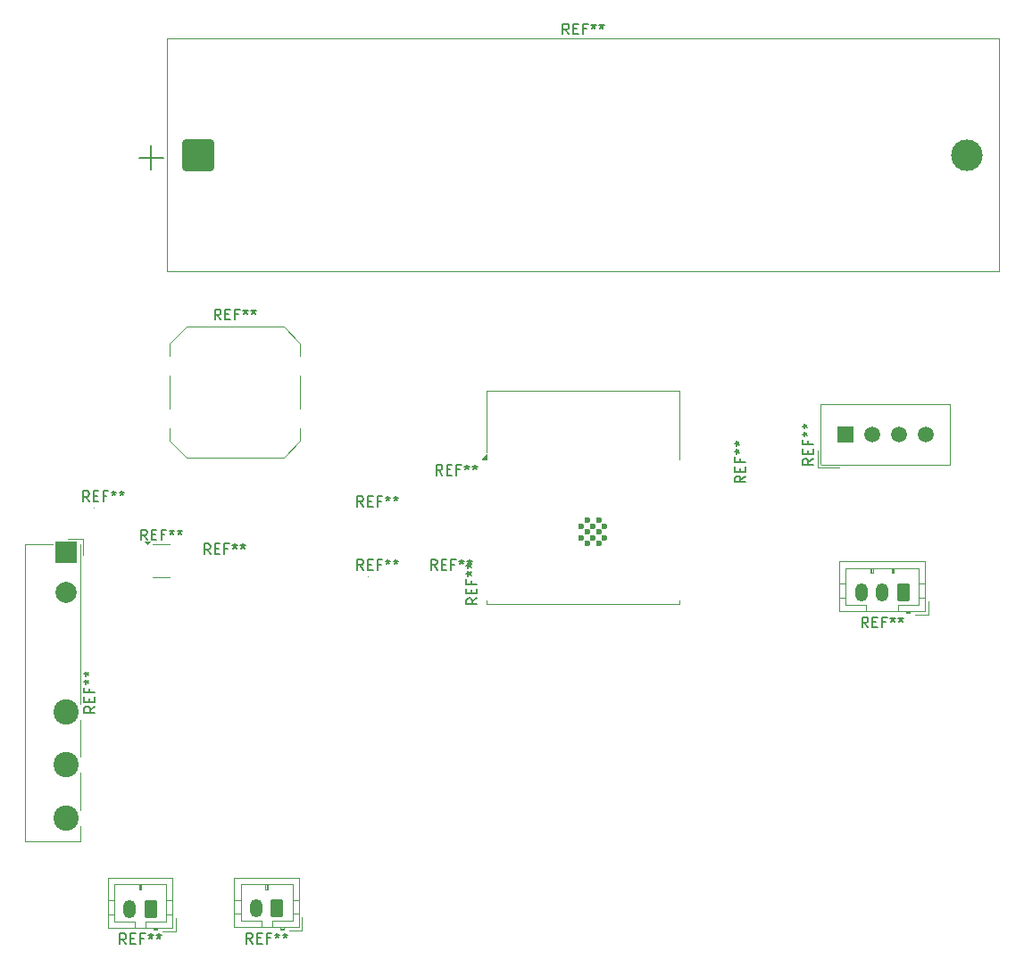
<source format=gbr>
%TF.GenerationSoftware,KiCad,Pcbnew,9.0.4*%
%TF.CreationDate,2025-10-18T23:37:39+08:00*%
%TF.ProjectId,schematics,73636865-6d61-4746-9963-732e6b696361,pre-release*%
%TF.SameCoordinates,Original*%
%TF.FileFunction,Legend,Top*%
%TF.FilePolarity,Positive*%
%FSLAX46Y46*%
G04 Gerber Fmt 4.6, Leading zero omitted, Abs format (unit mm)*
G04 Created by KiCad (PCBNEW 9.0.4) date 2025-10-18 23:37:39*
%MOMM*%
%LPD*%
G01*
G04 APERTURE LIST*
G04 Aperture macros list*
%AMRoundRect*
0 Rectangle with rounded corners*
0 $1 Rounding radius*
0 $2 $3 $4 $5 $6 $7 $8 $9 X,Y pos of 4 corners*
0 Add a 4 corners polygon primitive as box body*
4,1,4,$2,$3,$4,$5,$6,$7,$8,$9,$2,$3,0*
0 Add four circle primitives for the rounded corners*
1,1,$1+$1,$2,$3*
1,1,$1+$1,$4,$5*
1,1,$1+$1,$6,$7*
1,1,$1+$1,$8,$9*
0 Add four rect primitives between the rounded corners*
20,1,$1+$1,$2,$3,$4,$5,0*
20,1,$1+$1,$4,$5,$6,$7,0*
20,1,$1+$1,$6,$7,$8,$9,0*
20,1,$1+$1,$8,$9,$2,$3,0*%
G04 Aperture macros list end*
%ADD10C,0.150000*%
%ADD11C,0.120000*%
%ADD12C,0.100000*%
%TA.AperFunction,ComponentPad*%
%ADD13R,1.500000X1.500000*%
%TD*%
%TA.AperFunction,ComponentPad*%
%ADD14C,1.500000*%
%TD*%
%TA.AperFunction,ComponentPad*%
%ADD15O,1.200000X1.750000*%
%TD*%
%TA.AperFunction,ComponentPad*%
%ADD16RoundRect,0.250000X0.350000X0.625000X-0.350000X0.625000X-0.350000X-0.625000X0.350000X-0.625000X0*%
%TD*%
%TA.AperFunction,HeatsinkPad*%
%ADD17C,0.600000*%
%TD*%
%TA.AperFunction,ComponentPad*%
%ADD18C,2.400000*%
%TD*%
%TA.AperFunction,ComponentPad*%
%ADD19R,2.000000X2.000000*%
%TD*%
%TA.AperFunction,ComponentPad*%
%ADD20C,2.000000*%
%TD*%
%TA.AperFunction,ComponentPad*%
%ADD21RoundRect,0.249999X-1.250001X-1.250001X1.250001X-1.250001X1.250001X1.250001X-1.250001X1.250001X0*%
%TD*%
%TA.AperFunction,ComponentPad*%
%ADD22C,3.000000*%
%TD*%
G04 APERTURE END LIST*
D10*
X146404819Y-78988333D02*
X145928628Y-79321666D01*
X146404819Y-79559761D02*
X145404819Y-79559761D01*
X145404819Y-79559761D02*
X145404819Y-79178809D01*
X145404819Y-79178809D02*
X145452438Y-79083571D01*
X145452438Y-79083571D02*
X145500057Y-79035952D01*
X145500057Y-79035952D02*
X145595295Y-78988333D01*
X145595295Y-78988333D02*
X145738152Y-78988333D01*
X145738152Y-78988333D02*
X145833390Y-79035952D01*
X145833390Y-79035952D02*
X145881009Y-79083571D01*
X145881009Y-79083571D02*
X145928628Y-79178809D01*
X145928628Y-79178809D02*
X145928628Y-79559761D01*
X145881009Y-78559761D02*
X145881009Y-78226428D01*
X146404819Y-78083571D02*
X146404819Y-78559761D01*
X146404819Y-78559761D02*
X145404819Y-78559761D01*
X145404819Y-78559761D02*
X145404819Y-78083571D01*
X145881009Y-77321666D02*
X145881009Y-77654999D01*
X146404819Y-77654999D02*
X145404819Y-77654999D01*
X145404819Y-77654999D02*
X145404819Y-77178809D01*
X145404819Y-76654999D02*
X145642914Y-76654999D01*
X145547676Y-76893094D02*
X145642914Y-76654999D01*
X145642914Y-76654999D02*
X145547676Y-76416904D01*
X145833390Y-76797856D02*
X145642914Y-76654999D01*
X145642914Y-76654999D02*
X145833390Y-76512142D01*
X145404819Y-75893094D02*
X145642914Y-75893094D01*
X145547676Y-76131189D02*
X145642914Y-75893094D01*
X145642914Y-75893094D02*
X145547676Y-75654999D01*
X145833390Y-76035951D02*
X145642914Y-75893094D01*
X145642914Y-75893094D02*
X145833390Y-75750237D01*
X152834819Y-77333333D02*
X152358628Y-77666666D01*
X152834819Y-77904761D02*
X151834819Y-77904761D01*
X151834819Y-77904761D02*
X151834819Y-77523809D01*
X151834819Y-77523809D02*
X151882438Y-77428571D01*
X151882438Y-77428571D02*
X151930057Y-77380952D01*
X151930057Y-77380952D02*
X152025295Y-77333333D01*
X152025295Y-77333333D02*
X152168152Y-77333333D01*
X152168152Y-77333333D02*
X152263390Y-77380952D01*
X152263390Y-77380952D02*
X152311009Y-77428571D01*
X152311009Y-77428571D02*
X152358628Y-77523809D01*
X152358628Y-77523809D02*
X152358628Y-77904761D01*
X152311009Y-76904761D02*
X152311009Y-76571428D01*
X152834819Y-76428571D02*
X152834819Y-76904761D01*
X152834819Y-76904761D02*
X151834819Y-76904761D01*
X151834819Y-76904761D02*
X151834819Y-76428571D01*
X152311009Y-75666666D02*
X152311009Y-75999999D01*
X152834819Y-75999999D02*
X151834819Y-75999999D01*
X151834819Y-75999999D02*
X151834819Y-75523809D01*
X151834819Y-74999999D02*
X152072914Y-74999999D01*
X151977676Y-75238094D02*
X152072914Y-74999999D01*
X152072914Y-74999999D02*
X151977676Y-74761904D01*
X152263390Y-75142856D02*
X152072914Y-74999999D01*
X152072914Y-74999999D02*
X152263390Y-74857142D01*
X151834819Y-74238094D02*
X152072914Y-74238094D01*
X151977676Y-74476189D02*
X152072914Y-74238094D01*
X152072914Y-74238094D02*
X151977676Y-73999999D01*
X152263390Y-74380951D02*
X152072914Y-74238094D01*
X152072914Y-74238094D02*
X152263390Y-74095237D01*
X158046666Y-93354819D02*
X157713333Y-92878628D01*
X157475238Y-93354819D02*
X157475238Y-92354819D01*
X157475238Y-92354819D02*
X157856190Y-92354819D01*
X157856190Y-92354819D02*
X157951428Y-92402438D01*
X157951428Y-92402438D02*
X157999047Y-92450057D01*
X157999047Y-92450057D02*
X158046666Y-92545295D01*
X158046666Y-92545295D02*
X158046666Y-92688152D01*
X158046666Y-92688152D02*
X157999047Y-92783390D01*
X157999047Y-92783390D02*
X157951428Y-92831009D01*
X157951428Y-92831009D02*
X157856190Y-92878628D01*
X157856190Y-92878628D02*
X157475238Y-92878628D01*
X158475238Y-92831009D02*
X158808571Y-92831009D01*
X158951428Y-93354819D02*
X158475238Y-93354819D01*
X158475238Y-93354819D02*
X158475238Y-92354819D01*
X158475238Y-92354819D02*
X158951428Y-92354819D01*
X159713333Y-92831009D02*
X159380000Y-92831009D01*
X159380000Y-93354819D02*
X159380000Y-92354819D01*
X159380000Y-92354819D02*
X159856190Y-92354819D01*
X160380000Y-92354819D02*
X160380000Y-92592914D01*
X160141905Y-92497676D02*
X160380000Y-92592914D01*
X160380000Y-92592914D02*
X160618095Y-92497676D01*
X160237143Y-92783390D02*
X160380000Y-92592914D01*
X160380000Y-92592914D02*
X160522857Y-92783390D01*
X161141905Y-92354819D02*
X161141905Y-92592914D01*
X160903810Y-92497676D02*
X161141905Y-92592914D01*
X161141905Y-92592914D02*
X161380000Y-92497676D01*
X160999048Y-92783390D02*
X161141905Y-92592914D01*
X161141905Y-92592914D02*
X161284762Y-92783390D01*
X117666666Y-78904819D02*
X117333333Y-78428628D01*
X117095238Y-78904819D02*
X117095238Y-77904819D01*
X117095238Y-77904819D02*
X117476190Y-77904819D01*
X117476190Y-77904819D02*
X117571428Y-77952438D01*
X117571428Y-77952438D02*
X117619047Y-78000057D01*
X117619047Y-78000057D02*
X117666666Y-78095295D01*
X117666666Y-78095295D02*
X117666666Y-78238152D01*
X117666666Y-78238152D02*
X117619047Y-78333390D01*
X117619047Y-78333390D02*
X117571428Y-78381009D01*
X117571428Y-78381009D02*
X117476190Y-78428628D01*
X117476190Y-78428628D02*
X117095238Y-78428628D01*
X118095238Y-78381009D02*
X118428571Y-78381009D01*
X118571428Y-78904819D02*
X118095238Y-78904819D01*
X118095238Y-78904819D02*
X118095238Y-77904819D01*
X118095238Y-77904819D02*
X118571428Y-77904819D01*
X119333333Y-78381009D02*
X119000000Y-78381009D01*
X119000000Y-78904819D02*
X119000000Y-77904819D01*
X119000000Y-77904819D02*
X119476190Y-77904819D01*
X120000000Y-77904819D02*
X120000000Y-78142914D01*
X119761905Y-78047676D02*
X120000000Y-78142914D01*
X120000000Y-78142914D02*
X120238095Y-78047676D01*
X119857143Y-78333390D02*
X120000000Y-78142914D01*
X120000000Y-78142914D02*
X120142857Y-78333390D01*
X120761905Y-77904819D02*
X120761905Y-78142914D01*
X120523810Y-78047676D02*
X120761905Y-78142914D01*
X120761905Y-78142914D02*
X121000000Y-78047676D01*
X120619048Y-78333390D02*
X120761905Y-78142914D01*
X120761905Y-78142914D02*
X120904762Y-78333390D01*
X87666666Y-123404819D02*
X87333333Y-122928628D01*
X87095238Y-123404819D02*
X87095238Y-122404819D01*
X87095238Y-122404819D02*
X87476190Y-122404819D01*
X87476190Y-122404819D02*
X87571428Y-122452438D01*
X87571428Y-122452438D02*
X87619047Y-122500057D01*
X87619047Y-122500057D02*
X87666666Y-122595295D01*
X87666666Y-122595295D02*
X87666666Y-122738152D01*
X87666666Y-122738152D02*
X87619047Y-122833390D01*
X87619047Y-122833390D02*
X87571428Y-122881009D01*
X87571428Y-122881009D02*
X87476190Y-122928628D01*
X87476190Y-122928628D02*
X87095238Y-122928628D01*
X88095238Y-122881009D02*
X88428571Y-122881009D01*
X88571428Y-123404819D02*
X88095238Y-123404819D01*
X88095238Y-123404819D02*
X88095238Y-122404819D01*
X88095238Y-122404819D02*
X88571428Y-122404819D01*
X89333333Y-122881009D02*
X89000000Y-122881009D01*
X89000000Y-123404819D02*
X89000000Y-122404819D01*
X89000000Y-122404819D02*
X89476190Y-122404819D01*
X90000000Y-122404819D02*
X90000000Y-122642914D01*
X89761905Y-122547676D02*
X90000000Y-122642914D01*
X90000000Y-122642914D02*
X90238095Y-122547676D01*
X89857143Y-122833390D02*
X90000000Y-122642914D01*
X90000000Y-122642914D02*
X90142857Y-122833390D01*
X90761905Y-122404819D02*
X90761905Y-122642914D01*
X90523810Y-122547676D02*
X90761905Y-122642914D01*
X90761905Y-122642914D02*
X91000000Y-122547676D01*
X90619048Y-122833390D02*
X90761905Y-122642914D01*
X90761905Y-122642914D02*
X90904762Y-122833390D01*
X99666666Y-123354819D02*
X99333333Y-122878628D01*
X99095238Y-123354819D02*
X99095238Y-122354819D01*
X99095238Y-122354819D02*
X99476190Y-122354819D01*
X99476190Y-122354819D02*
X99571428Y-122402438D01*
X99571428Y-122402438D02*
X99619047Y-122450057D01*
X99619047Y-122450057D02*
X99666666Y-122545295D01*
X99666666Y-122545295D02*
X99666666Y-122688152D01*
X99666666Y-122688152D02*
X99619047Y-122783390D01*
X99619047Y-122783390D02*
X99571428Y-122831009D01*
X99571428Y-122831009D02*
X99476190Y-122878628D01*
X99476190Y-122878628D02*
X99095238Y-122878628D01*
X100095238Y-122831009D02*
X100428571Y-122831009D01*
X100571428Y-123354819D02*
X100095238Y-123354819D01*
X100095238Y-123354819D02*
X100095238Y-122354819D01*
X100095238Y-122354819D02*
X100571428Y-122354819D01*
X101333333Y-122831009D02*
X101000000Y-122831009D01*
X101000000Y-123354819D02*
X101000000Y-122354819D01*
X101000000Y-122354819D02*
X101476190Y-122354819D01*
X102000000Y-122354819D02*
X102000000Y-122592914D01*
X101761905Y-122497676D02*
X102000000Y-122592914D01*
X102000000Y-122592914D02*
X102238095Y-122497676D01*
X101857143Y-122783390D02*
X102000000Y-122592914D01*
X102000000Y-122592914D02*
X102142857Y-122783390D01*
X102761905Y-122354819D02*
X102761905Y-122592914D01*
X102523810Y-122497676D02*
X102761905Y-122592914D01*
X102761905Y-122592914D02*
X103000000Y-122497676D01*
X102619048Y-122783390D02*
X102761905Y-122592914D01*
X102761905Y-122592914D02*
X102904762Y-122783390D01*
X110166666Y-81904819D02*
X109833333Y-81428628D01*
X109595238Y-81904819D02*
X109595238Y-80904819D01*
X109595238Y-80904819D02*
X109976190Y-80904819D01*
X109976190Y-80904819D02*
X110071428Y-80952438D01*
X110071428Y-80952438D02*
X110119047Y-81000057D01*
X110119047Y-81000057D02*
X110166666Y-81095295D01*
X110166666Y-81095295D02*
X110166666Y-81238152D01*
X110166666Y-81238152D02*
X110119047Y-81333390D01*
X110119047Y-81333390D02*
X110071428Y-81381009D01*
X110071428Y-81381009D02*
X109976190Y-81428628D01*
X109976190Y-81428628D02*
X109595238Y-81428628D01*
X110595238Y-81381009D02*
X110928571Y-81381009D01*
X111071428Y-81904819D02*
X110595238Y-81904819D01*
X110595238Y-81904819D02*
X110595238Y-80904819D01*
X110595238Y-80904819D02*
X111071428Y-80904819D01*
X111833333Y-81381009D02*
X111500000Y-81381009D01*
X111500000Y-81904819D02*
X111500000Y-80904819D01*
X111500000Y-80904819D02*
X111976190Y-80904819D01*
X112500000Y-80904819D02*
X112500000Y-81142914D01*
X112261905Y-81047676D02*
X112500000Y-81142914D01*
X112500000Y-81142914D02*
X112738095Y-81047676D01*
X112357143Y-81333390D02*
X112500000Y-81142914D01*
X112500000Y-81142914D02*
X112642857Y-81333390D01*
X113261905Y-80904819D02*
X113261905Y-81142914D01*
X113023810Y-81047676D02*
X113261905Y-81142914D01*
X113261905Y-81142914D02*
X113500000Y-81047676D01*
X113119048Y-81333390D02*
X113261905Y-81142914D01*
X113261905Y-81142914D02*
X113404762Y-81333390D01*
X96666666Y-64154819D02*
X96333333Y-63678628D01*
X96095238Y-64154819D02*
X96095238Y-63154819D01*
X96095238Y-63154819D02*
X96476190Y-63154819D01*
X96476190Y-63154819D02*
X96571428Y-63202438D01*
X96571428Y-63202438D02*
X96619047Y-63250057D01*
X96619047Y-63250057D02*
X96666666Y-63345295D01*
X96666666Y-63345295D02*
X96666666Y-63488152D01*
X96666666Y-63488152D02*
X96619047Y-63583390D01*
X96619047Y-63583390D02*
X96571428Y-63631009D01*
X96571428Y-63631009D02*
X96476190Y-63678628D01*
X96476190Y-63678628D02*
X96095238Y-63678628D01*
X97095238Y-63631009D02*
X97428571Y-63631009D01*
X97571428Y-64154819D02*
X97095238Y-64154819D01*
X97095238Y-64154819D02*
X97095238Y-63154819D01*
X97095238Y-63154819D02*
X97571428Y-63154819D01*
X98333333Y-63631009D02*
X98000000Y-63631009D01*
X98000000Y-64154819D02*
X98000000Y-63154819D01*
X98000000Y-63154819D02*
X98476190Y-63154819D01*
X99000000Y-63154819D02*
X99000000Y-63392914D01*
X98761905Y-63297676D02*
X99000000Y-63392914D01*
X99000000Y-63392914D02*
X99238095Y-63297676D01*
X98857143Y-63583390D02*
X99000000Y-63392914D01*
X99000000Y-63392914D02*
X99142857Y-63583390D01*
X99761905Y-63154819D02*
X99761905Y-63392914D01*
X99523810Y-63297676D02*
X99761905Y-63392914D01*
X99761905Y-63392914D02*
X100000000Y-63297676D01*
X99619048Y-63583390D02*
X99761905Y-63392914D01*
X99761905Y-63392914D02*
X99904762Y-63583390D01*
X95666666Y-86404819D02*
X95333333Y-85928628D01*
X95095238Y-86404819D02*
X95095238Y-85404819D01*
X95095238Y-85404819D02*
X95476190Y-85404819D01*
X95476190Y-85404819D02*
X95571428Y-85452438D01*
X95571428Y-85452438D02*
X95619047Y-85500057D01*
X95619047Y-85500057D02*
X95666666Y-85595295D01*
X95666666Y-85595295D02*
X95666666Y-85738152D01*
X95666666Y-85738152D02*
X95619047Y-85833390D01*
X95619047Y-85833390D02*
X95571428Y-85881009D01*
X95571428Y-85881009D02*
X95476190Y-85928628D01*
X95476190Y-85928628D02*
X95095238Y-85928628D01*
X96095238Y-85881009D02*
X96428571Y-85881009D01*
X96571428Y-86404819D02*
X96095238Y-86404819D01*
X96095238Y-86404819D02*
X96095238Y-85404819D01*
X96095238Y-85404819D02*
X96571428Y-85404819D01*
X97333333Y-85881009D02*
X97000000Y-85881009D01*
X97000000Y-86404819D02*
X97000000Y-85404819D01*
X97000000Y-85404819D02*
X97476190Y-85404819D01*
X98000000Y-85404819D02*
X98000000Y-85642914D01*
X97761905Y-85547676D02*
X98000000Y-85642914D01*
X98000000Y-85642914D02*
X98238095Y-85547676D01*
X97857143Y-85833390D02*
X98000000Y-85642914D01*
X98000000Y-85642914D02*
X98142857Y-85833390D01*
X98761905Y-85404819D02*
X98761905Y-85642914D01*
X98523810Y-85547676D02*
X98761905Y-85642914D01*
X98761905Y-85642914D02*
X99000000Y-85547676D01*
X98619048Y-85833390D02*
X98761905Y-85642914D01*
X98761905Y-85642914D02*
X98904762Y-85833390D01*
X89666666Y-85054819D02*
X89333333Y-84578628D01*
X89095238Y-85054819D02*
X89095238Y-84054819D01*
X89095238Y-84054819D02*
X89476190Y-84054819D01*
X89476190Y-84054819D02*
X89571428Y-84102438D01*
X89571428Y-84102438D02*
X89619047Y-84150057D01*
X89619047Y-84150057D02*
X89666666Y-84245295D01*
X89666666Y-84245295D02*
X89666666Y-84388152D01*
X89666666Y-84388152D02*
X89619047Y-84483390D01*
X89619047Y-84483390D02*
X89571428Y-84531009D01*
X89571428Y-84531009D02*
X89476190Y-84578628D01*
X89476190Y-84578628D02*
X89095238Y-84578628D01*
X90095238Y-84531009D02*
X90428571Y-84531009D01*
X90571428Y-85054819D02*
X90095238Y-85054819D01*
X90095238Y-85054819D02*
X90095238Y-84054819D01*
X90095238Y-84054819D02*
X90571428Y-84054819D01*
X91333333Y-84531009D02*
X91000000Y-84531009D01*
X91000000Y-85054819D02*
X91000000Y-84054819D01*
X91000000Y-84054819D02*
X91476190Y-84054819D01*
X92000000Y-84054819D02*
X92000000Y-84292914D01*
X91761905Y-84197676D02*
X92000000Y-84292914D01*
X92000000Y-84292914D02*
X92238095Y-84197676D01*
X91857143Y-84483390D02*
X92000000Y-84292914D01*
X92000000Y-84292914D02*
X92142857Y-84483390D01*
X92761905Y-84054819D02*
X92761905Y-84292914D01*
X92523810Y-84197676D02*
X92761905Y-84292914D01*
X92761905Y-84292914D02*
X93000000Y-84197676D01*
X92619048Y-84483390D02*
X92761905Y-84292914D01*
X92761905Y-84292914D02*
X92904762Y-84483390D01*
X84166666Y-81404819D02*
X83833333Y-80928628D01*
X83595238Y-81404819D02*
X83595238Y-80404819D01*
X83595238Y-80404819D02*
X83976190Y-80404819D01*
X83976190Y-80404819D02*
X84071428Y-80452438D01*
X84071428Y-80452438D02*
X84119047Y-80500057D01*
X84119047Y-80500057D02*
X84166666Y-80595295D01*
X84166666Y-80595295D02*
X84166666Y-80738152D01*
X84166666Y-80738152D02*
X84119047Y-80833390D01*
X84119047Y-80833390D02*
X84071428Y-80881009D01*
X84071428Y-80881009D02*
X83976190Y-80928628D01*
X83976190Y-80928628D02*
X83595238Y-80928628D01*
X84595238Y-80881009D02*
X84928571Y-80881009D01*
X85071428Y-81404819D02*
X84595238Y-81404819D01*
X84595238Y-81404819D02*
X84595238Y-80404819D01*
X84595238Y-80404819D02*
X85071428Y-80404819D01*
X85833333Y-80881009D02*
X85500000Y-80881009D01*
X85500000Y-81404819D02*
X85500000Y-80404819D01*
X85500000Y-80404819D02*
X85976190Y-80404819D01*
X86500000Y-80404819D02*
X86500000Y-80642914D01*
X86261905Y-80547676D02*
X86500000Y-80642914D01*
X86500000Y-80642914D02*
X86738095Y-80547676D01*
X86357143Y-80833390D02*
X86500000Y-80642914D01*
X86500000Y-80642914D02*
X86642857Y-80833390D01*
X87261905Y-80404819D02*
X87261905Y-80642914D01*
X87023810Y-80547676D02*
X87261905Y-80642914D01*
X87261905Y-80642914D02*
X87500000Y-80547676D01*
X87119048Y-80833390D02*
X87261905Y-80642914D01*
X87261905Y-80642914D02*
X87404762Y-80833390D01*
X117166666Y-87904819D02*
X116833333Y-87428628D01*
X116595238Y-87904819D02*
X116595238Y-86904819D01*
X116595238Y-86904819D02*
X116976190Y-86904819D01*
X116976190Y-86904819D02*
X117071428Y-86952438D01*
X117071428Y-86952438D02*
X117119047Y-87000057D01*
X117119047Y-87000057D02*
X117166666Y-87095295D01*
X117166666Y-87095295D02*
X117166666Y-87238152D01*
X117166666Y-87238152D02*
X117119047Y-87333390D01*
X117119047Y-87333390D02*
X117071428Y-87381009D01*
X117071428Y-87381009D02*
X116976190Y-87428628D01*
X116976190Y-87428628D02*
X116595238Y-87428628D01*
X117595238Y-87381009D02*
X117928571Y-87381009D01*
X118071428Y-87904819D02*
X117595238Y-87904819D01*
X117595238Y-87904819D02*
X117595238Y-86904819D01*
X117595238Y-86904819D02*
X118071428Y-86904819D01*
X118833333Y-87381009D02*
X118500000Y-87381009D01*
X118500000Y-87904819D02*
X118500000Y-86904819D01*
X118500000Y-86904819D02*
X118976190Y-86904819D01*
X119500000Y-86904819D02*
X119500000Y-87142914D01*
X119261905Y-87047676D02*
X119500000Y-87142914D01*
X119500000Y-87142914D02*
X119738095Y-87047676D01*
X119357143Y-87333390D02*
X119500000Y-87142914D01*
X119500000Y-87142914D02*
X119642857Y-87333390D01*
X120261905Y-86904819D02*
X120261905Y-87142914D01*
X120023810Y-87047676D02*
X120261905Y-87142914D01*
X120261905Y-87142914D02*
X120500000Y-87047676D01*
X120119048Y-87333390D02*
X120261905Y-87142914D01*
X120261905Y-87142914D02*
X120404762Y-87333390D01*
X110166666Y-87904819D02*
X109833333Y-87428628D01*
X109595238Y-87904819D02*
X109595238Y-86904819D01*
X109595238Y-86904819D02*
X109976190Y-86904819D01*
X109976190Y-86904819D02*
X110071428Y-86952438D01*
X110071428Y-86952438D02*
X110119047Y-87000057D01*
X110119047Y-87000057D02*
X110166666Y-87095295D01*
X110166666Y-87095295D02*
X110166666Y-87238152D01*
X110166666Y-87238152D02*
X110119047Y-87333390D01*
X110119047Y-87333390D02*
X110071428Y-87381009D01*
X110071428Y-87381009D02*
X109976190Y-87428628D01*
X109976190Y-87428628D02*
X109595238Y-87428628D01*
X110595238Y-87381009D02*
X110928571Y-87381009D01*
X111071428Y-87904819D02*
X110595238Y-87904819D01*
X110595238Y-87904819D02*
X110595238Y-86904819D01*
X110595238Y-86904819D02*
X111071428Y-86904819D01*
X111833333Y-87381009D02*
X111500000Y-87381009D01*
X111500000Y-87904819D02*
X111500000Y-86904819D01*
X111500000Y-86904819D02*
X111976190Y-86904819D01*
X112500000Y-86904819D02*
X112500000Y-87142914D01*
X112261905Y-87047676D02*
X112500000Y-87142914D01*
X112500000Y-87142914D02*
X112738095Y-87047676D01*
X112357143Y-87333390D02*
X112500000Y-87142914D01*
X112500000Y-87142914D02*
X112642857Y-87333390D01*
X113261905Y-86904819D02*
X113261905Y-87142914D01*
X113023810Y-87047676D02*
X113261905Y-87142914D01*
X113261905Y-87142914D02*
X113500000Y-87047676D01*
X113119048Y-87333390D02*
X113261905Y-87142914D01*
X113261905Y-87142914D02*
X113404762Y-87333390D01*
X120954819Y-90563333D02*
X120478628Y-90896666D01*
X120954819Y-91134761D02*
X119954819Y-91134761D01*
X119954819Y-91134761D02*
X119954819Y-90753809D01*
X119954819Y-90753809D02*
X120002438Y-90658571D01*
X120002438Y-90658571D02*
X120050057Y-90610952D01*
X120050057Y-90610952D02*
X120145295Y-90563333D01*
X120145295Y-90563333D02*
X120288152Y-90563333D01*
X120288152Y-90563333D02*
X120383390Y-90610952D01*
X120383390Y-90610952D02*
X120431009Y-90658571D01*
X120431009Y-90658571D02*
X120478628Y-90753809D01*
X120478628Y-90753809D02*
X120478628Y-91134761D01*
X120431009Y-90134761D02*
X120431009Y-89801428D01*
X120954819Y-89658571D02*
X120954819Y-90134761D01*
X120954819Y-90134761D02*
X119954819Y-90134761D01*
X119954819Y-90134761D02*
X119954819Y-89658571D01*
X120431009Y-88896666D02*
X120431009Y-89229999D01*
X120954819Y-89229999D02*
X119954819Y-89229999D01*
X119954819Y-89229999D02*
X119954819Y-88753809D01*
X119954819Y-88229999D02*
X120192914Y-88229999D01*
X120097676Y-88468094D02*
X120192914Y-88229999D01*
X120192914Y-88229999D02*
X120097676Y-87991904D01*
X120383390Y-88372856D02*
X120192914Y-88229999D01*
X120192914Y-88229999D02*
X120383390Y-88087142D01*
X119954819Y-87468094D02*
X120192914Y-87468094D01*
X120097676Y-87706189D02*
X120192914Y-87468094D01*
X120192914Y-87468094D02*
X120097676Y-87229999D01*
X120383390Y-87610951D02*
X120192914Y-87468094D01*
X120192914Y-87468094D02*
X120383390Y-87325237D01*
X84704819Y-100853333D02*
X84228628Y-101186666D01*
X84704819Y-101424761D02*
X83704819Y-101424761D01*
X83704819Y-101424761D02*
X83704819Y-101043809D01*
X83704819Y-101043809D02*
X83752438Y-100948571D01*
X83752438Y-100948571D02*
X83800057Y-100900952D01*
X83800057Y-100900952D02*
X83895295Y-100853333D01*
X83895295Y-100853333D02*
X84038152Y-100853333D01*
X84038152Y-100853333D02*
X84133390Y-100900952D01*
X84133390Y-100900952D02*
X84181009Y-100948571D01*
X84181009Y-100948571D02*
X84228628Y-101043809D01*
X84228628Y-101043809D02*
X84228628Y-101424761D01*
X84181009Y-100424761D02*
X84181009Y-100091428D01*
X84704819Y-99948571D02*
X84704819Y-100424761D01*
X84704819Y-100424761D02*
X83704819Y-100424761D01*
X83704819Y-100424761D02*
X83704819Y-99948571D01*
X84181009Y-99186666D02*
X84181009Y-99519999D01*
X84704819Y-99519999D02*
X83704819Y-99519999D01*
X83704819Y-99519999D02*
X83704819Y-99043809D01*
X83704819Y-98519999D02*
X83942914Y-98519999D01*
X83847676Y-98758094D02*
X83942914Y-98519999D01*
X83942914Y-98519999D02*
X83847676Y-98281904D01*
X84133390Y-98662856D02*
X83942914Y-98519999D01*
X83942914Y-98519999D02*
X84133390Y-98377142D01*
X83704819Y-97758094D02*
X83942914Y-97758094D01*
X83847676Y-97996189D02*
X83942914Y-97758094D01*
X83942914Y-97758094D02*
X83847676Y-97519999D01*
X84133390Y-97900951D02*
X83942914Y-97758094D01*
X83942914Y-97758094D02*
X84133390Y-97615237D01*
X129666666Y-37054819D02*
X129333333Y-36578628D01*
X129095238Y-37054819D02*
X129095238Y-36054819D01*
X129095238Y-36054819D02*
X129476190Y-36054819D01*
X129476190Y-36054819D02*
X129571428Y-36102438D01*
X129571428Y-36102438D02*
X129619047Y-36150057D01*
X129619047Y-36150057D02*
X129666666Y-36245295D01*
X129666666Y-36245295D02*
X129666666Y-36388152D01*
X129666666Y-36388152D02*
X129619047Y-36483390D01*
X129619047Y-36483390D02*
X129571428Y-36531009D01*
X129571428Y-36531009D02*
X129476190Y-36578628D01*
X129476190Y-36578628D02*
X129095238Y-36578628D01*
X130095238Y-36531009D02*
X130428571Y-36531009D01*
X130571428Y-37054819D02*
X130095238Y-37054819D01*
X130095238Y-37054819D02*
X130095238Y-36054819D01*
X130095238Y-36054819D02*
X130571428Y-36054819D01*
X131333333Y-36531009D02*
X131000000Y-36531009D01*
X131000000Y-37054819D02*
X131000000Y-36054819D01*
X131000000Y-36054819D02*
X131476190Y-36054819D01*
X132000000Y-36054819D02*
X132000000Y-36292914D01*
X131761905Y-36197676D02*
X132000000Y-36292914D01*
X132000000Y-36292914D02*
X132238095Y-36197676D01*
X131857143Y-36483390D02*
X132000000Y-36292914D01*
X132000000Y-36292914D02*
X132142857Y-36483390D01*
X132761905Y-36054819D02*
X132761905Y-36292914D01*
X132523810Y-36197676D02*
X132761905Y-36292914D01*
X132761905Y-36292914D02*
X133000000Y-36197676D01*
X132619048Y-36483390D02*
X132761905Y-36292914D01*
X132761905Y-36292914D02*
X132904762Y-36483390D01*
X88907142Y-48787200D02*
X91192857Y-48787200D01*
X90049999Y-49930057D02*
X90049999Y-47644342D01*
D11*
%TO.C,REF\u002A\u002A*%
X153280000Y-78160000D02*
X155280000Y-78160000D01*
X153280000Y-78160000D02*
X153280000Y-76550000D01*
X165820000Y-77880000D02*
X153570000Y-77880000D01*
X153560000Y-77870000D02*
X153560000Y-72130000D01*
X153560000Y-72120000D02*
X165820000Y-72120000D01*
X165820000Y-72120000D02*
X165820000Y-77880000D01*
X155320000Y-87090000D02*
X155320000Y-91810000D01*
X155320000Y-89200000D02*
X155930000Y-89200000D01*
X155320000Y-90500000D02*
X155930000Y-90500000D01*
X155320000Y-91810000D02*
X163440000Y-91810000D01*
X155930000Y-87700000D02*
X155930000Y-91200000D01*
X155930000Y-91200000D02*
X157880000Y-91200000D01*
X157880000Y-91200000D02*
X157880000Y-91810000D01*
X158280000Y-88200000D02*
X158280000Y-87700000D01*
X158380000Y-87700000D02*
X158380000Y-88200000D01*
X158480000Y-87700000D02*
X158480000Y-88200000D01*
X158480000Y-88200000D02*
X158280000Y-88200000D01*
X160280000Y-88200000D02*
X160280000Y-87700000D01*
X160380000Y-87700000D02*
X160380000Y-88200000D01*
X160480000Y-87700000D02*
X160480000Y-88200000D01*
X160480000Y-88200000D02*
X160280000Y-88200000D01*
X160880000Y-91200000D02*
X162830000Y-91200000D01*
X160880000Y-91810000D02*
X160880000Y-91200000D01*
X161680000Y-91810000D02*
X161680000Y-92010000D01*
X161680000Y-91910000D02*
X161980000Y-91910000D01*
X161680000Y-92010000D02*
X161980000Y-92010000D01*
X161980000Y-92010000D02*
X161980000Y-91810000D01*
X162490000Y-92110000D02*
X163740000Y-92110000D01*
X162830000Y-87700000D02*
X155930000Y-87700000D01*
X162830000Y-91200000D02*
X162830000Y-87700000D01*
X163440000Y-87090000D02*
X155320000Y-87090000D01*
X163440000Y-89200000D02*
X162830000Y-89200000D01*
X163440000Y-90500000D02*
X162830000Y-90500000D01*
X163440000Y-91810000D02*
X163440000Y-87090000D01*
X163740000Y-92110000D02*
X163740000Y-90860000D01*
X85940000Y-117140000D02*
X85940000Y-121860000D01*
X85940000Y-119250000D02*
X86550000Y-119250000D01*
X85940000Y-120550000D02*
X86550000Y-120550000D01*
X85940000Y-121860000D02*
X92060000Y-121860000D01*
X86550000Y-117750000D02*
X86550000Y-121250000D01*
X86550000Y-121250000D02*
X88500000Y-121250000D01*
X88500000Y-121250000D02*
X88500000Y-121860000D01*
X88900000Y-118250000D02*
X88900000Y-117750000D01*
X89000000Y-117750000D02*
X89000000Y-118250000D01*
X89100000Y-117750000D02*
X89100000Y-118250000D01*
X89100000Y-118250000D02*
X88900000Y-118250000D01*
X89500000Y-121250000D02*
X91450000Y-121250000D01*
X89500000Y-121860000D02*
X89500000Y-121250000D01*
X90300000Y-121860000D02*
X90300000Y-122060000D01*
X90300000Y-121960000D02*
X90600000Y-121960000D01*
X90300000Y-122060000D02*
X90600000Y-122060000D01*
X90600000Y-122060000D02*
X90600000Y-121860000D01*
X91110000Y-122160000D02*
X92360000Y-122160000D01*
X91450000Y-117750000D02*
X86550000Y-117750000D01*
X91450000Y-121250000D02*
X91450000Y-117750000D01*
X92060000Y-117140000D02*
X85940000Y-117140000D01*
X92060000Y-119250000D02*
X91450000Y-119250000D01*
X92060000Y-120550000D02*
X91450000Y-120550000D01*
X92060000Y-121860000D02*
X92060000Y-117140000D01*
X92360000Y-122160000D02*
X92360000Y-120910000D01*
X97940000Y-117090000D02*
X97940000Y-121810000D01*
X97940000Y-119200000D02*
X98550000Y-119200000D01*
X97940000Y-120500000D02*
X98550000Y-120500000D01*
X97940000Y-121810000D02*
X104060000Y-121810000D01*
X98550000Y-117700000D02*
X98550000Y-121200000D01*
X98550000Y-121200000D02*
X100500000Y-121200000D01*
X100500000Y-121200000D02*
X100500000Y-121810000D01*
X100900000Y-118200000D02*
X100900000Y-117700000D01*
X101000000Y-117700000D02*
X101000000Y-118200000D01*
X101100000Y-117700000D02*
X101100000Y-118200000D01*
X101100000Y-118200000D02*
X100900000Y-118200000D01*
X101500000Y-121200000D02*
X103450000Y-121200000D01*
X101500000Y-121810000D02*
X101500000Y-121200000D01*
X102300000Y-121810000D02*
X102300000Y-122010000D01*
X102300000Y-121910000D02*
X102600000Y-121910000D01*
X102300000Y-122010000D02*
X102600000Y-122010000D01*
X102600000Y-122010000D02*
X102600000Y-121810000D01*
X103110000Y-122110000D02*
X104360000Y-122110000D01*
X103450000Y-117700000D02*
X98550000Y-117700000D01*
X103450000Y-121200000D02*
X103450000Y-117700000D01*
X104060000Y-117090000D02*
X97940000Y-117090000D01*
X104060000Y-119200000D02*
X103450000Y-119200000D01*
X104060000Y-120500000D02*
X103450000Y-120500000D01*
X104060000Y-121810000D02*
X104060000Y-117090000D01*
X104360000Y-122110000D02*
X104360000Y-120860000D01*
X91800000Y-66400000D02*
X93400000Y-64800000D01*
X91800000Y-67550000D02*
X91800000Y-66400000D01*
X91800000Y-69450000D02*
X91800000Y-72550000D01*
X91800000Y-74450000D02*
X91800000Y-75600000D01*
X91800000Y-75600000D02*
X93400000Y-77200000D01*
X93400000Y-64800000D02*
X102600000Y-64800000D01*
X93400000Y-77200000D02*
X102600000Y-77200000D01*
X102600000Y-64800000D02*
X104200000Y-66400000D01*
X102600000Y-77200000D02*
X104200000Y-75600000D01*
X104200000Y-67550000D02*
X104200000Y-66400000D01*
X104200000Y-69450000D02*
X104200000Y-72550000D01*
X104200000Y-74450000D02*
X104200000Y-75600000D01*
X91000000Y-85440000D02*
X90200000Y-85440000D01*
X91000000Y-85440000D02*
X91800000Y-85440000D01*
X91000000Y-88560000D02*
X90200000Y-88560000D01*
X91000000Y-88560000D02*
X91800000Y-88560000D01*
X89700000Y-85490000D02*
X89460000Y-85160000D01*
X89940000Y-85160000D01*
X89700000Y-85490000D01*
G36*
X89700000Y-85490000D02*
G01*
X89460000Y-85160000D01*
X89940000Y-85160000D01*
X89700000Y-85490000D01*
G37*
D12*
X84690000Y-82000000D02*
G75*
G02*
X84590000Y-82000000I-50000J0D01*
G01*
X84590000Y-82000000D02*
G75*
G02*
X84690000Y-82000000I50000J0D01*
G01*
X110690000Y-88500000D02*
G75*
G02*
X110590000Y-88500000I-50000J0D01*
G01*
X110590000Y-88500000D02*
G75*
G02*
X110690000Y-88500000I50000J0D01*
G01*
D11*
X121890000Y-70890000D02*
X121890000Y-76700000D01*
X121890000Y-70890000D02*
X140110000Y-70890000D01*
X121890000Y-90810000D02*
X121890000Y-91110000D01*
X121890000Y-91110000D02*
X140110000Y-91110000D01*
X140110000Y-70890000D02*
X140110000Y-77390000D01*
X140110000Y-90810000D02*
X140110000Y-91110000D01*
X121900000Y-77400000D02*
X121400000Y-77400000D01*
X121900000Y-76900000D01*
X121900000Y-77400000D01*
G36*
X121900000Y-77400000D02*
G01*
X121400000Y-77400000D01*
X121900000Y-76900000D01*
X121900000Y-77400000D01*
G37*
X83610000Y-84960000D02*
X83610000Y-86460000D01*
X82110000Y-84960000D02*
X83610000Y-84960000D01*
X78090000Y-85410000D02*
X80700000Y-85410000D01*
X78090000Y-85410000D02*
X78090000Y-113630000D01*
X83310000Y-100570000D02*
X83310000Y-85410000D01*
X83310000Y-102090000D02*
X83310000Y-105620000D01*
X83310000Y-107160000D02*
X83310000Y-110640000D01*
X83310000Y-112220000D02*
X83310000Y-113630000D01*
X78090000Y-113630000D02*
X83310000Y-113630000D01*
X91540000Y-37440000D02*
X170460000Y-37440000D01*
X91540000Y-59560000D02*
X91540000Y-37440000D01*
X170460000Y-37440000D02*
X170460000Y-59560000D01*
X170460000Y-59560000D02*
X91540000Y-59560000D01*
%TD*%
D13*
%TO.P,REF\u002A\u002A,1*%
%TO.N,N/C*%
X155880000Y-75000000D03*
D14*
%TO.P,REF\u002A\u002A,2*%
X158420000Y-75000000D03*
%TO.P,REF\u002A\u002A,3*%
X160960000Y-75000000D03*
%TO.P,REF\u002A\u002A,4*%
X163500000Y-75000000D03*
%TD*%
D15*
%TO.P,REF\u002A\u002A,3*%
%TO.N,N/C*%
X157380000Y-90000000D03*
%TO.P,REF\u002A\u002A,2*%
X159380000Y-90000000D03*
D16*
%TO.P,REF\u002A\u002A,1*%
X161380000Y-90000000D03*
%TD*%
D15*
%TO.P,REF\u002A\u002A,2*%
%TO.N,N/C*%
X88000000Y-120050000D03*
D16*
%TO.P,REF\u002A\u002A,1*%
X90000000Y-120050000D03*
%TD*%
D15*
%TO.P,REF\u002A\u002A,2*%
%TO.N,N/C*%
X100000000Y-120000000D03*
D16*
%TO.P,REF\u002A\u002A,1*%
X102000000Y-120000000D03*
%TD*%
D17*
%TO.P,REF\u002A\u002A,19*%
%TO.N,N/C*%
X130860000Y-83750000D03*
X130860000Y-84850000D03*
X131410000Y-83200000D03*
X131410000Y-84300000D03*
X131410000Y-85400000D03*
X131960000Y-83750000D03*
X131960000Y-84850000D03*
X132510000Y-83200000D03*
X132510000Y-84300000D03*
X132510000Y-85400000D03*
X133060000Y-83750000D03*
X133060000Y-84850000D03*
%TD*%
D18*
%TO.P,REF\u002A\u002A,11*%
%TO.N,N/C*%
X82000000Y-106380000D03*
%TO.P,REF\u002A\u002A,12*%
X82000000Y-101340000D03*
%TO.P,REF\u002A\u002A,14*%
X82000000Y-111420000D03*
D19*
%TO.P,REF\u002A\u002A,A1*%
X82000000Y-86220000D03*
D20*
%TO.P,REF\u002A\u002A,A2*%
X82000000Y-90000000D03*
%TD*%
D21*
%TO.P,REF\u002A\u002A,1*%
%TO.N,N/C*%
X94550000Y-48500000D03*
D22*
%TO.P,REF\u002A\u002A,2*%
X167450000Y-48500000D03*
%TD*%
M02*

</source>
